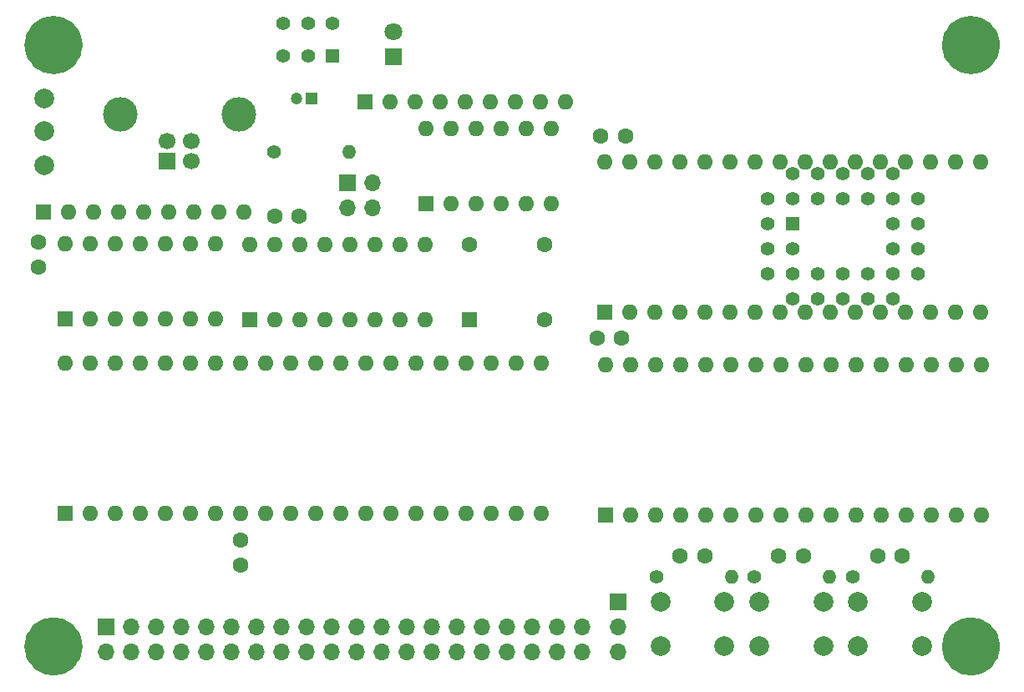
<source format=gbr>
%TF.GenerationSoftware,KiCad,Pcbnew,7.0.6*%
%TF.CreationDate,2023-07-30T11:34:10+01:00*%
%TF.ProjectId,MinFox,4d696e46-6f78-42e6-9b69-6361645f7063,rev?*%
%TF.SameCoordinates,Original*%
%TF.FileFunction,Soldermask,Top*%
%TF.FilePolarity,Negative*%
%FSLAX46Y46*%
G04 Gerber Fmt 4.6, Leading zero omitted, Abs format (unit mm)*
G04 Created by KiCad (PCBNEW 7.0.6) date 2023-07-30 11:34:10*
%MOMM*%
%LPD*%
G01*
G04 APERTURE LIST*
%ADD10C,2.948682*%
%ADD11C,1.400000*%
%ADD12O,1.400000X1.400000*%
%ADD13R,1.400000X1.400000*%
%ADD14R,1.422400X1.422400*%
%ADD15C,1.422400*%
%ADD16R,1.600000X1.600000*%
%ADD17O,1.600000X1.600000*%
%ADD18C,2.000000*%
%ADD19C,1.600000*%
%ADD20R,1.700000X1.700000*%
%ADD21O,1.700000X1.700000*%
%ADD22C,3.200000*%
%ADD23R,1.800000X1.800000*%
%ADD24C,1.800000*%
%ADD25R,1.200000X1.200000*%
%ADD26C,1.200000*%
%ADD27C,1.700000*%
%ADD28C,3.500000*%
G04 APERTURE END LIST*
D10*
X157974341Y-31500000D02*
G75*
G03*
X157974341Y-31500000I-1474341J0D01*
G01*
X64974341Y-92500000D02*
G75*
G03*
X64974341Y-92500000I-1474341J0D01*
G01*
X64974341Y-31504000D02*
G75*
G03*
X64974341Y-31504000I-1474341J0D01*
G01*
X157974341Y-92500000D02*
G75*
G03*
X157974341Y-92500000I-1474341J0D01*
G01*
D11*
%TO.C,R4*%
X144490000Y-85450000D03*
D12*
X152110000Y-85450000D03*
%TD*%
D11*
%TO.C,R3*%
X134490000Y-85450000D03*
D12*
X142110000Y-85450000D03*
%TD*%
D11*
%TO.C,R2*%
X124590000Y-85450000D03*
D12*
X132210000Y-85450000D03*
%TD*%
D13*
%TO.C,SW1*%
X91810000Y-32600000D03*
D11*
X89310000Y-32600000D03*
X86810000Y-32600000D03*
X91810000Y-29300000D03*
X89310000Y-29300000D03*
X86810000Y-29300000D03*
%TD*%
D14*
%TO.C,U6*%
X138455000Y-49630000D03*
D15*
X135915000Y-52170000D03*
X138455000Y-52170000D03*
X135915000Y-54710000D03*
X138455000Y-57250000D03*
X138455000Y-54710000D03*
X140995000Y-57250000D03*
X140995000Y-54710000D03*
X143535000Y-57250000D03*
X143535000Y-54710000D03*
X146075000Y-57250000D03*
X146075000Y-54710000D03*
X148615000Y-57250000D03*
X151155000Y-54710000D03*
X148615000Y-54710000D03*
X151155000Y-52170000D03*
X148615000Y-52170000D03*
X151155000Y-49630000D03*
X148615000Y-49630000D03*
X151155000Y-47090000D03*
X148615000Y-44550000D03*
X148615000Y-47090000D03*
X146075000Y-44550000D03*
X146075000Y-47090000D03*
X143535000Y-44550000D03*
X143535000Y-47090000D03*
X140995000Y-44550000D03*
X140995000Y-47090000D03*
X138455000Y-44550000D03*
X135915000Y-47090000D03*
X138455000Y-47090000D03*
X135915000Y-49630000D03*
%TD*%
D16*
%TO.C,U1*%
X64690000Y-79000000D03*
D17*
X67230000Y-79000000D03*
X69770000Y-79000000D03*
X72310000Y-79000000D03*
X74850000Y-79000000D03*
X77390000Y-79000000D03*
X79930000Y-79000000D03*
X82470000Y-79000000D03*
X85010000Y-79000000D03*
X87550000Y-79000000D03*
X90090000Y-79000000D03*
X92630000Y-79000000D03*
X95170000Y-79000000D03*
X97710000Y-79000000D03*
X100250000Y-79000000D03*
X102790000Y-79000000D03*
X105330000Y-79000000D03*
X107870000Y-79000000D03*
X110410000Y-79000000D03*
X112950000Y-79000000D03*
X112950000Y-63760000D03*
X110410000Y-63760000D03*
X107870000Y-63760000D03*
X105330000Y-63760000D03*
X102790000Y-63760000D03*
X100250000Y-63760000D03*
X97710000Y-63760000D03*
X95170000Y-63760000D03*
X92630000Y-63760000D03*
X90090000Y-63760000D03*
X87550000Y-63760000D03*
X85010000Y-63760000D03*
X82470000Y-63760000D03*
X79930000Y-63760000D03*
X77390000Y-63760000D03*
X74850000Y-63760000D03*
X72310000Y-63760000D03*
X69770000Y-63760000D03*
X67230000Y-63760000D03*
X64690000Y-63760000D03*
%TD*%
D16*
%TO.C,U2*%
X64655000Y-59300000D03*
D17*
X67195000Y-59300000D03*
X69735000Y-59300000D03*
X72275000Y-59300000D03*
X74815000Y-59300000D03*
X77355000Y-59300000D03*
X79895000Y-59300000D03*
X79895000Y-51680000D03*
X77355000Y-51680000D03*
X74815000Y-51680000D03*
X72275000Y-51680000D03*
X69735000Y-51680000D03*
X67195000Y-51680000D03*
X64655000Y-51680000D03*
%TD*%
D18*
%TO.C,TP1*%
X62525000Y-36900000D03*
%TD*%
D19*
%TO.C,C6*%
X85900000Y-48900000D03*
X88400000Y-48900000D03*
%TD*%
%TO.C,C4*%
X149525000Y-83350000D03*
X147025000Y-83350000D03*
%TD*%
%TO.C,C3*%
X129525000Y-83350000D03*
X127025000Y-83350000D03*
%TD*%
D16*
%TO.C,X1*%
X105650000Y-59380000D03*
D19*
X113270000Y-59380000D03*
X113270000Y-51760000D03*
X105650000Y-51760000D03*
%TD*%
D20*
%TO.C,J3*%
X68810000Y-90500000D03*
D21*
X68810000Y-93040000D03*
X71350000Y-90500000D03*
X71350000Y-93040000D03*
X73890000Y-90500000D03*
X73890000Y-93040000D03*
X76430000Y-90500000D03*
X76430000Y-93040000D03*
X78970000Y-90500000D03*
X78970000Y-93040000D03*
X81510000Y-90500000D03*
X81510000Y-93040000D03*
X84050000Y-90500000D03*
X84050000Y-93040000D03*
X86590000Y-90500000D03*
X86590000Y-93040000D03*
X89130000Y-90500000D03*
X89130000Y-93040000D03*
X91670000Y-90500000D03*
X91670000Y-93040000D03*
X94210000Y-90500000D03*
X94210000Y-93040000D03*
X96750000Y-90500000D03*
X96750000Y-93040000D03*
X99290000Y-90500000D03*
X99290000Y-93040000D03*
X101830000Y-90500000D03*
X101830000Y-93040000D03*
X104370000Y-90500000D03*
X104370000Y-93040000D03*
X106910000Y-90500000D03*
X106910000Y-93040000D03*
X109450000Y-90500000D03*
X109450000Y-93040000D03*
X111990000Y-90500000D03*
X111990000Y-93040000D03*
X114530000Y-90500000D03*
X114530000Y-93040000D03*
X117070000Y-90500000D03*
X117070000Y-93040000D03*
%TD*%
D22*
%TO.C,H2*%
X156500000Y-31500000D03*
%TD*%
D19*
%TO.C,C9*%
X118600000Y-61225000D03*
X121100000Y-61225000D03*
%TD*%
D11*
%TO.C,R1*%
X85810000Y-42310000D03*
D12*
X93430000Y-42310000D03*
%TD*%
D16*
%TO.C,SW5*%
X101300000Y-47620000D03*
D17*
X103840000Y-47620000D03*
X106380000Y-47620000D03*
X108920000Y-47620000D03*
X111460000Y-47620000D03*
X114000000Y-47620000D03*
X114000000Y-40000000D03*
X111460000Y-40000000D03*
X108920000Y-40000000D03*
X106380000Y-40000000D03*
X103840000Y-40000000D03*
X101300000Y-40000000D03*
%TD*%
D19*
%TO.C,C2*%
X139525000Y-83350000D03*
X137025000Y-83350000D03*
%TD*%
%TO.C,C7*%
X62000000Y-51500000D03*
X62000000Y-54000000D03*
%TD*%
D18*
%TO.C,TP2*%
X62525000Y-40250000D03*
%TD*%
D16*
%TO.C,RN2*%
X95040000Y-37260000D03*
D17*
X97580000Y-37260000D03*
X100120000Y-37260000D03*
X102660000Y-37260000D03*
X105200000Y-37260000D03*
X107740000Y-37260000D03*
X110280000Y-37260000D03*
X112820000Y-37260000D03*
X115360000Y-37260000D03*
%TD*%
D18*
%TO.C,SW2*%
X131525000Y-92500000D03*
X125025000Y-92500000D03*
X131525000Y-88000000D03*
X125025000Y-88000000D03*
%TD*%
D23*
%TO.C,D1*%
X97920000Y-32660000D03*
D24*
X97920000Y-30120000D03*
%TD*%
D20*
%TO.C,J4*%
X93270000Y-45480000D03*
D21*
X95810000Y-45480000D03*
X93270000Y-48020000D03*
X95810000Y-48020000D03*
%TD*%
D16*
%TO.C,U3*%
X83380000Y-59340000D03*
D17*
X85920000Y-59340000D03*
X88460000Y-59340000D03*
X91000000Y-59340000D03*
X93540000Y-59340000D03*
X96080000Y-59340000D03*
X98620000Y-59340000D03*
X101160000Y-59340000D03*
X101160000Y-51720000D03*
X98620000Y-51720000D03*
X96080000Y-51720000D03*
X93540000Y-51720000D03*
X91000000Y-51720000D03*
X88460000Y-51720000D03*
X85920000Y-51720000D03*
X83380000Y-51720000D03*
%TD*%
D25*
%TO.C,C1*%
X89662000Y-36900000D03*
D26*
X88162000Y-36900000D03*
%TD*%
D22*
%TO.C,H3*%
X63500000Y-92500000D03*
%TD*%
D16*
%TO.C,U5*%
X119400000Y-58620000D03*
D17*
X121940000Y-58620000D03*
X124480000Y-58620000D03*
X127020000Y-58620000D03*
X129560000Y-58620000D03*
X132100000Y-58620000D03*
X134640000Y-58620000D03*
X137180000Y-58620000D03*
X139720000Y-58620000D03*
X142260000Y-58620000D03*
X144800000Y-58620000D03*
X147340000Y-58620000D03*
X149880000Y-58620000D03*
X152420000Y-58620000D03*
X154960000Y-58620000D03*
X157500000Y-58620000D03*
X157500000Y-43380000D03*
X154960000Y-43380000D03*
X152420000Y-43380000D03*
X149880000Y-43380000D03*
X147340000Y-43380000D03*
X144800000Y-43380000D03*
X142260000Y-43380000D03*
X139720000Y-43380000D03*
X137180000Y-43380000D03*
X134640000Y-43380000D03*
X132100000Y-43380000D03*
X129560000Y-43380000D03*
X127020000Y-43380000D03*
X124480000Y-43380000D03*
X121940000Y-43380000D03*
X119400000Y-43380000D03*
%TD*%
D18*
%TO.C,TP3*%
X62525000Y-43700000D03*
%TD*%
D20*
%TO.C,J2*%
X120750000Y-88000000D03*
D21*
X120750000Y-90540000D03*
X120750000Y-93080000D03*
%TD*%
D20*
%TO.C,J1*%
X75000000Y-43250000D03*
D27*
X77500000Y-43250000D03*
X77500000Y-41250000D03*
X75000000Y-41250000D03*
D28*
X70230000Y-38540000D03*
X82270000Y-38540000D03*
%TD*%
D16*
%TO.C,U4*%
X119430000Y-79142000D03*
D17*
X121970000Y-79142000D03*
X124510000Y-79142000D03*
X127050000Y-79142000D03*
X129590000Y-79142000D03*
X132130000Y-79142000D03*
X134670000Y-79142000D03*
X137210000Y-79142000D03*
X139750000Y-79142000D03*
X142290000Y-79142000D03*
X144830000Y-79142000D03*
X147370000Y-79142000D03*
X149910000Y-79142000D03*
X152450000Y-79142000D03*
X154990000Y-79142000D03*
X157530000Y-79142000D03*
X157530000Y-63902000D03*
X154990000Y-63902000D03*
X152450000Y-63902000D03*
X149910000Y-63902000D03*
X147370000Y-63902000D03*
X144830000Y-63902000D03*
X142290000Y-63902000D03*
X139750000Y-63902000D03*
X137210000Y-63902000D03*
X134670000Y-63902000D03*
X132130000Y-63902000D03*
X129590000Y-63902000D03*
X127050000Y-63902000D03*
X124510000Y-63902000D03*
X121970000Y-63902000D03*
X119430000Y-63902000D03*
%TD*%
D18*
%TO.C,SW3*%
X141525000Y-92500000D03*
X135025000Y-92500000D03*
X141525000Y-88000000D03*
X135025000Y-88000000D03*
%TD*%
%TO.C,SW4*%
X151525000Y-92500000D03*
X145025000Y-92500000D03*
X151525000Y-88000000D03*
X145025000Y-88000000D03*
%TD*%
D16*
%TO.C,RN1*%
X62460000Y-48400000D03*
D17*
X65000000Y-48400000D03*
X67540000Y-48400000D03*
X70080000Y-48400000D03*
X72620000Y-48400000D03*
X75160000Y-48400000D03*
X77700000Y-48400000D03*
X80240000Y-48400000D03*
X82780000Y-48400000D03*
%TD*%
D22*
%TO.C,H1*%
X63500000Y-31500000D03*
%TD*%
%TO.C,H4*%
X156500000Y-92500000D03*
%TD*%
D19*
%TO.C,C8*%
X121460000Y-40740000D03*
X118960000Y-40740000D03*
%TD*%
%TO.C,C5*%
X82500000Y-81750000D03*
X82500000Y-84250000D03*
%TD*%
M02*

</source>
